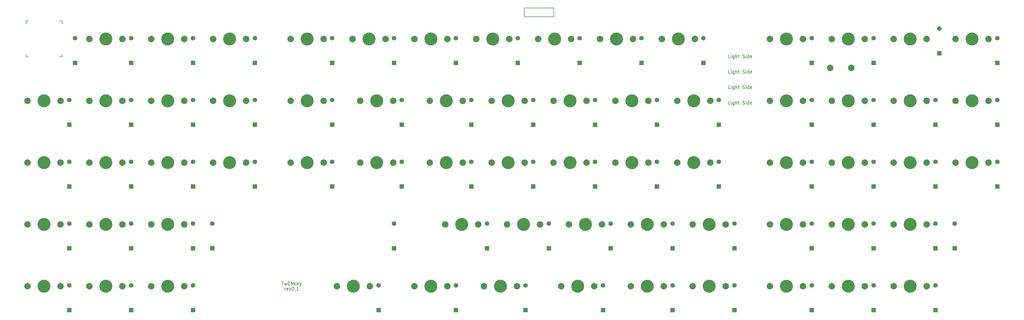
<source format=gto>
G04 #@! TF.GenerationSoftware,KiCad,Pcbnew,(6.0.0)*
G04 #@! TF.CreationDate,2022-01-01T17:52:16+09:00*
G04 #@! TF.ProjectId,TwENkey,5477454e-6b65-4792-9e6b-696361645f70,rev?*
G04 #@! TF.SameCoordinates,Original*
G04 #@! TF.FileFunction,Legend,Top*
G04 #@! TF.FilePolarity,Positive*
%FSLAX46Y46*%
G04 Gerber Fmt 4.6, Leading zero omitted, Abs format (unit mm)*
G04 Created by KiCad (PCBNEW (6.0.0)) date 2022-01-01 17:52:16*
%MOMM*%
%LPD*%
G01*
G04 APERTURE LIST*
%ADD10C,0.150000*%
%ADD11C,4.000000*%
%ADD12C,2.000000*%
%ADD13R,1.397000X1.397000*%
%ADD14C,1.397000*%
G04 APERTURE END LIST*
D10*
X101775088Y-103422468D02*
X102346516Y-103422468D01*
X102060802Y-104422468D02*
X102060802Y-103422468D01*
X102584611Y-103755802D02*
X102775088Y-104422468D01*
X102965564Y-103946278D01*
X103156040Y-104422468D01*
X103346516Y-103755802D01*
X103727468Y-103898659D02*
X104060802Y-103898659D01*
X104203659Y-104422468D02*
X103727468Y-104422468D01*
X103727468Y-103422468D01*
X104203659Y-103422468D01*
X104632230Y-104422468D02*
X104632230Y-103422468D01*
X105203659Y-104422468D01*
X105203659Y-103422468D01*
X105679849Y-104422468D02*
X105679849Y-103422468D01*
X105775088Y-104041516D02*
X106060802Y-104422468D01*
X106060802Y-103755802D02*
X105679849Y-104136754D01*
X106870326Y-104374849D02*
X106775088Y-104422468D01*
X106584611Y-104422468D01*
X106489373Y-104374849D01*
X106441754Y-104279611D01*
X106441754Y-103898659D01*
X106489373Y-103803421D01*
X106584611Y-103755802D01*
X106775088Y-103755802D01*
X106870326Y-103803421D01*
X106917945Y-103898659D01*
X106917945Y-103993897D01*
X106441754Y-104089135D01*
X107251278Y-103755802D02*
X107489373Y-104422468D01*
X107727468Y-103755802D02*
X107489373Y-104422468D01*
X107394135Y-104660564D01*
X107346516Y-104708183D01*
X107251278Y-104755802D01*
X102703659Y-106032468D02*
X102703659Y-105365802D01*
X102703659Y-105556278D02*
X102751278Y-105461040D01*
X102798897Y-105413421D01*
X102894135Y-105365802D01*
X102989373Y-105365802D01*
X103703659Y-105984849D02*
X103608421Y-106032468D01*
X103417945Y-106032468D01*
X103322707Y-105984849D01*
X103275088Y-105889611D01*
X103275088Y-105508659D01*
X103322707Y-105413421D01*
X103417945Y-105365802D01*
X103608421Y-105365802D01*
X103703659Y-105413421D01*
X103751278Y-105508659D01*
X103751278Y-105603897D01*
X103275088Y-105699135D01*
X104084611Y-105365802D02*
X104322707Y-106032468D01*
X104560802Y-105365802D01*
X105132230Y-105032468D02*
X105227468Y-105032468D01*
X105322707Y-105080088D01*
X105370326Y-105127707D01*
X105417945Y-105222945D01*
X105465564Y-105413421D01*
X105465564Y-105651516D01*
X105417945Y-105841992D01*
X105370326Y-105937230D01*
X105322707Y-105984849D01*
X105227468Y-106032468D01*
X105132230Y-106032468D01*
X105036992Y-105984849D01*
X104989373Y-105937230D01*
X104941754Y-105841992D01*
X104894135Y-105651516D01*
X104894135Y-105413421D01*
X104941754Y-105222945D01*
X104989373Y-105127707D01*
X105036992Y-105080088D01*
X105132230Y-105032468D01*
X105894135Y-105937230D02*
X105941754Y-105984849D01*
X105894135Y-106032468D01*
X105846516Y-105984849D01*
X105894135Y-105937230D01*
X105894135Y-106032468D01*
X106894135Y-106032468D02*
X106322707Y-106032468D01*
X106608421Y-106032468D02*
X106608421Y-105032468D01*
X106513183Y-105175326D01*
X106417945Y-105270564D01*
X106322707Y-105318183D01*
X239792465Y-48703985D02*
X239316275Y-48703985D01*
X239316275Y-47703985D01*
X240125799Y-48703985D02*
X240125799Y-48037319D01*
X240125799Y-47703985D02*
X240078180Y-47751605D01*
X240125799Y-47799224D01*
X240173418Y-47751605D01*
X240125799Y-47703985D01*
X240125799Y-47799224D01*
X241030561Y-48037319D02*
X241030561Y-48846843D01*
X240982942Y-48942081D01*
X240935323Y-48989700D01*
X240840084Y-49037319D01*
X240697227Y-49037319D01*
X240601989Y-48989700D01*
X241030561Y-48656366D02*
X240935323Y-48703985D01*
X240744846Y-48703985D01*
X240649608Y-48656366D01*
X240601989Y-48608747D01*
X240554370Y-48513509D01*
X240554370Y-48227795D01*
X240601989Y-48132557D01*
X240649608Y-48084938D01*
X240744846Y-48037319D01*
X240935323Y-48037319D01*
X241030561Y-48084938D01*
X241506751Y-48703985D02*
X241506751Y-47703985D01*
X241935323Y-48703985D02*
X241935323Y-48180176D01*
X241887704Y-48084938D01*
X241792465Y-48037319D01*
X241649608Y-48037319D01*
X241554370Y-48084938D01*
X241506751Y-48132557D01*
X242268656Y-48037319D02*
X242649608Y-48037319D01*
X242411513Y-47703985D02*
X242411513Y-48561128D01*
X242459132Y-48656366D01*
X242554370Y-48703985D01*
X242649608Y-48703985D01*
X243697227Y-48656366D02*
X243840084Y-48703985D01*
X244078180Y-48703985D01*
X244173418Y-48656366D01*
X244221037Y-48608747D01*
X244268656Y-48513509D01*
X244268656Y-48418271D01*
X244221037Y-48323033D01*
X244173418Y-48275414D01*
X244078180Y-48227795D01*
X243887704Y-48180176D01*
X243792465Y-48132557D01*
X243744846Y-48084938D01*
X243697227Y-47989700D01*
X243697227Y-47894462D01*
X243744846Y-47799224D01*
X243792465Y-47751605D01*
X243887704Y-47703985D01*
X244125799Y-47703985D01*
X244268656Y-47751605D01*
X244697227Y-48703985D02*
X244697227Y-48037319D01*
X244697227Y-47703985D02*
X244649608Y-47751605D01*
X244697227Y-47799224D01*
X244744846Y-47751605D01*
X244697227Y-47703985D01*
X244697227Y-47799224D01*
X245601989Y-48703985D02*
X245601989Y-47703985D01*
X245601989Y-48656366D02*
X245506751Y-48703985D01*
X245316275Y-48703985D01*
X245221037Y-48656366D01*
X245173418Y-48608747D01*
X245125799Y-48513509D01*
X245125799Y-48227795D01*
X245173418Y-48132557D01*
X245221037Y-48084938D01*
X245316275Y-48037319D01*
X245506751Y-48037319D01*
X245601989Y-48084938D01*
X246459132Y-48656366D02*
X246363894Y-48703985D01*
X246173418Y-48703985D01*
X246078180Y-48656366D01*
X246030561Y-48561128D01*
X246030561Y-48180176D01*
X246078180Y-48084938D01*
X246173418Y-48037319D01*
X246363894Y-48037319D01*
X246459132Y-48084938D01*
X246506751Y-48180176D01*
X246506751Y-48275414D01*
X246030561Y-48370652D01*
X239792465Y-43941481D02*
X239316275Y-43941481D01*
X239316275Y-42941481D01*
X240125799Y-43941481D02*
X240125799Y-43274815D01*
X240125799Y-42941481D02*
X240078180Y-42989101D01*
X240125799Y-43036720D01*
X240173418Y-42989101D01*
X240125799Y-42941481D01*
X240125799Y-43036720D01*
X241030561Y-43274815D02*
X241030561Y-44084339D01*
X240982942Y-44179577D01*
X240935323Y-44227196D01*
X240840084Y-44274815D01*
X240697227Y-44274815D01*
X240601989Y-44227196D01*
X241030561Y-43893862D02*
X240935323Y-43941481D01*
X240744846Y-43941481D01*
X240649608Y-43893862D01*
X240601989Y-43846243D01*
X240554370Y-43751005D01*
X240554370Y-43465291D01*
X240601989Y-43370053D01*
X240649608Y-43322434D01*
X240744846Y-43274815D01*
X240935323Y-43274815D01*
X241030561Y-43322434D01*
X241506751Y-43941481D02*
X241506751Y-42941481D01*
X241935323Y-43941481D02*
X241935323Y-43417672D01*
X241887704Y-43322434D01*
X241792465Y-43274815D01*
X241649608Y-43274815D01*
X241554370Y-43322434D01*
X241506751Y-43370053D01*
X242268656Y-43274815D02*
X242649608Y-43274815D01*
X242411513Y-42941481D02*
X242411513Y-43798624D01*
X242459132Y-43893862D01*
X242554370Y-43941481D01*
X242649608Y-43941481D01*
X243697227Y-43893862D02*
X243840084Y-43941481D01*
X244078180Y-43941481D01*
X244173418Y-43893862D01*
X244221037Y-43846243D01*
X244268656Y-43751005D01*
X244268656Y-43655767D01*
X244221037Y-43560529D01*
X244173418Y-43512910D01*
X244078180Y-43465291D01*
X243887704Y-43417672D01*
X243792465Y-43370053D01*
X243744846Y-43322434D01*
X243697227Y-43227196D01*
X243697227Y-43131958D01*
X243744846Y-43036720D01*
X243792465Y-42989101D01*
X243887704Y-42941481D01*
X244125799Y-42941481D01*
X244268656Y-42989101D01*
X244697227Y-43941481D02*
X244697227Y-43274815D01*
X244697227Y-42941481D02*
X244649608Y-42989101D01*
X244697227Y-43036720D01*
X244744846Y-42989101D01*
X244697227Y-42941481D01*
X244697227Y-43036720D01*
X245601989Y-43941481D02*
X245601989Y-42941481D01*
X245601989Y-43893862D02*
X245506751Y-43941481D01*
X245316275Y-43941481D01*
X245221037Y-43893862D01*
X245173418Y-43846243D01*
X245125799Y-43751005D01*
X245125799Y-43465291D01*
X245173418Y-43370053D01*
X245221037Y-43322434D01*
X245316275Y-43274815D01*
X245506751Y-43274815D01*
X245601989Y-43322434D01*
X246459132Y-43893862D02*
X246363894Y-43941481D01*
X246173418Y-43941481D01*
X246078180Y-43893862D01*
X246030561Y-43798624D01*
X246030561Y-43417672D01*
X246078180Y-43322434D01*
X246173418Y-43274815D01*
X246363894Y-43274815D01*
X246459132Y-43322434D01*
X246506751Y-43417672D01*
X246506751Y-43512910D01*
X246030561Y-43608148D01*
X239792465Y-39178977D02*
X239316275Y-39178977D01*
X239316275Y-38178977D01*
X240125799Y-39178977D02*
X240125799Y-38512311D01*
X240125799Y-38178977D02*
X240078180Y-38226597D01*
X240125799Y-38274216D01*
X240173418Y-38226597D01*
X240125799Y-38178977D01*
X240125799Y-38274216D01*
X241030561Y-38512311D02*
X241030561Y-39321835D01*
X240982942Y-39417073D01*
X240935323Y-39464692D01*
X240840084Y-39512311D01*
X240697227Y-39512311D01*
X240601989Y-39464692D01*
X241030561Y-39131358D02*
X240935323Y-39178977D01*
X240744846Y-39178977D01*
X240649608Y-39131358D01*
X240601989Y-39083739D01*
X240554370Y-38988501D01*
X240554370Y-38702787D01*
X240601989Y-38607549D01*
X240649608Y-38559930D01*
X240744846Y-38512311D01*
X240935323Y-38512311D01*
X241030561Y-38559930D01*
X241506751Y-39178977D02*
X241506751Y-38178977D01*
X241935323Y-39178977D02*
X241935323Y-38655168D01*
X241887704Y-38559930D01*
X241792465Y-38512311D01*
X241649608Y-38512311D01*
X241554370Y-38559930D01*
X241506751Y-38607549D01*
X242268656Y-38512311D02*
X242649608Y-38512311D01*
X242411513Y-38178977D02*
X242411513Y-39036120D01*
X242459132Y-39131358D01*
X242554370Y-39178977D01*
X242649608Y-39178977D01*
X243697227Y-39131358D02*
X243840084Y-39178977D01*
X244078180Y-39178977D01*
X244173418Y-39131358D01*
X244221037Y-39083739D01*
X244268656Y-38988501D01*
X244268656Y-38893263D01*
X244221037Y-38798025D01*
X244173418Y-38750406D01*
X244078180Y-38702787D01*
X243887704Y-38655168D01*
X243792465Y-38607549D01*
X243744846Y-38559930D01*
X243697227Y-38464692D01*
X243697227Y-38369454D01*
X243744846Y-38274216D01*
X243792465Y-38226597D01*
X243887704Y-38178977D01*
X244125799Y-38178977D01*
X244268656Y-38226597D01*
X244697227Y-39178977D02*
X244697227Y-38512311D01*
X244697227Y-38178977D02*
X244649608Y-38226597D01*
X244697227Y-38274216D01*
X244744846Y-38226597D01*
X244697227Y-38178977D01*
X244697227Y-38274216D01*
X245601989Y-39178977D02*
X245601989Y-38178977D01*
X245601989Y-39131358D02*
X245506751Y-39178977D01*
X245316275Y-39178977D01*
X245221037Y-39131358D01*
X245173418Y-39083739D01*
X245125799Y-38988501D01*
X245125799Y-38702787D01*
X245173418Y-38607549D01*
X245221037Y-38559930D01*
X245316275Y-38512311D01*
X245506751Y-38512311D01*
X245601989Y-38559930D01*
X246459132Y-39131358D02*
X246363894Y-39178977D01*
X246173418Y-39178977D01*
X246078180Y-39131358D01*
X246030561Y-39036120D01*
X246030561Y-38655168D01*
X246078180Y-38559930D01*
X246173418Y-38512311D01*
X246363894Y-38512311D01*
X246459132Y-38559930D01*
X246506751Y-38655168D01*
X246506751Y-38750406D01*
X246030561Y-38845644D01*
X239792465Y-34416473D02*
X239316275Y-34416473D01*
X239316275Y-33416473D01*
X240125799Y-34416473D02*
X240125799Y-33749807D01*
X240125799Y-33416473D02*
X240078180Y-33464093D01*
X240125799Y-33511712D01*
X240173418Y-33464093D01*
X240125799Y-33416473D01*
X240125799Y-33511712D01*
X241030561Y-33749807D02*
X241030561Y-34559331D01*
X240982942Y-34654569D01*
X240935323Y-34702188D01*
X240840084Y-34749807D01*
X240697227Y-34749807D01*
X240601989Y-34702188D01*
X241030561Y-34368854D02*
X240935323Y-34416473D01*
X240744846Y-34416473D01*
X240649608Y-34368854D01*
X240601989Y-34321235D01*
X240554370Y-34225997D01*
X240554370Y-33940283D01*
X240601989Y-33845045D01*
X240649608Y-33797426D01*
X240744846Y-33749807D01*
X240935323Y-33749807D01*
X241030561Y-33797426D01*
X241506751Y-34416473D02*
X241506751Y-33416473D01*
X241935323Y-34416473D02*
X241935323Y-33892664D01*
X241887704Y-33797426D01*
X241792465Y-33749807D01*
X241649608Y-33749807D01*
X241554370Y-33797426D01*
X241506751Y-33845045D01*
X242268656Y-33749807D02*
X242649608Y-33749807D01*
X242411513Y-33416473D02*
X242411513Y-34273616D01*
X242459132Y-34368854D01*
X242554370Y-34416473D01*
X242649608Y-34416473D01*
X243697227Y-34368854D02*
X243840084Y-34416473D01*
X244078180Y-34416473D01*
X244173418Y-34368854D01*
X244221037Y-34321235D01*
X244268656Y-34225997D01*
X244268656Y-34130759D01*
X244221037Y-34035521D01*
X244173418Y-33987902D01*
X244078180Y-33940283D01*
X243887704Y-33892664D01*
X243792465Y-33845045D01*
X243744846Y-33797426D01*
X243697227Y-33702188D01*
X243697227Y-33606950D01*
X243744846Y-33511712D01*
X243792465Y-33464093D01*
X243887704Y-33416473D01*
X244125799Y-33416473D01*
X244268656Y-33464093D01*
X244697227Y-34416473D02*
X244697227Y-33749807D01*
X244697227Y-33416473D02*
X244649608Y-33464093D01*
X244697227Y-33511712D01*
X244744846Y-33464093D01*
X244697227Y-33416473D01*
X244697227Y-33511712D01*
X245601989Y-34416473D02*
X245601989Y-33416473D01*
X245601989Y-34368854D02*
X245506751Y-34416473D01*
X245316275Y-34416473D01*
X245221037Y-34368854D01*
X245173418Y-34321235D01*
X245125799Y-34225997D01*
X245125799Y-33940283D01*
X245173418Y-33845045D01*
X245221037Y-33797426D01*
X245316275Y-33749807D01*
X245506751Y-33749807D01*
X245601989Y-33797426D01*
X246459132Y-34368854D02*
X246363894Y-34416473D01*
X246173418Y-34416473D01*
X246078180Y-34368854D01*
X246030561Y-34273616D01*
X246030561Y-33892664D01*
X246078180Y-33797426D01*
X246173418Y-33749807D01*
X246363894Y-33749807D01*
X246459132Y-33797426D01*
X246506751Y-33892664D01*
X246506751Y-33987902D01*
X246030561Y-34083140D01*
X33337500Y-23018750D02*
X34131250Y-23018750D01*
X34131250Y-23018750D02*
X34131250Y-23812500D01*
X23018750Y-33337500D02*
X23018750Y-34131250D01*
X23018750Y-23018750D02*
X23018750Y-23812500D01*
X33337500Y-34131250D02*
X34131250Y-34131250D01*
X23812500Y-23018750D02*
X23018750Y-23018750D01*
X23018750Y-34131250D02*
X23812500Y-34131250D01*
X34131250Y-34131250D02*
X34131250Y-33337500D01*
X176475152Y-21740642D02*
X176475152Y-18990642D01*
X185475152Y-18990642D02*
X185475152Y-21740642D01*
X185475152Y-21740642D02*
X176475152Y-21740642D01*
X176475152Y-18990642D02*
X185475152Y-18990642D01*
D11*
X47625000Y-47625000D03*
D12*
X42545000Y-47625000D03*
X52705000Y-47625000D03*
X52705000Y-104775000D03*
D11*
X47625000Y-104775000D03*
D12*
X42545000Y-104775000D03*
D11*
X47625000Y-28575000D03*
D12*
X42545000Y-28575000D03*
X52705000Y-28575000D03*
X42545000Y-85725000D03*
X52705000Y-85725000D03*
D11*
X47625000Y-85725000D03*
D12*
X52705000Y-66675000D03*
X42545000Y-66675000D03*
D11*
X47625000Y-66675000D03*
X66675000Y-47625000D03*
D12*
X71755000Y-47625000D03*
X61595000Y-47625000D03*
X71755000Y-28575000D03*
D11*
X66675000Y-28575000D03*
D12*
X61595000Y-28575000D03*
D11*
X66675000Y-66675000D03*
D12*
X71755000Y-66675000D03*
X61595000Y-66675000D03*
X61595000Y-85725000D03*
D11*
X66675000Y-85725000D03*
D12*
X71755000Y-85725000D03*
D11*
X85725000Y-47625000D03*
D12*
X80645000Y-47625000D03*
X90805000Y-47625000D03*
X90805000Y-66675000D03*
X80645000Y-66675000D03*
D11*
X85725000Y-66675000D03*
X66675000Y-104775000D03*
D12*
X61595000Y-104775000D03*
X71755000Y-104775000D03*
D11*
X109537500Y-47625000D03*
D12*
X114617500Y-47625000D03*
X104457500Y-47625000D03*
X181292500Y-85725000D03*
D11*
X176212500Y-85725000D03*
D12*
X171132500Y-85725000D03*
X104457500Y-66675000D03*
D11*
X109537500Y-66675000D03*
D12*
X114617500Y-66675000D03*
X162242500Y-85725000D03*
X152082500Y-85725000D03*
D11*
X157162500Y-85725000D03*
D12*
X157480000Y-47625000D03*
X147320000Y-47625000D03*
D11*
X152400000Y-47625000D03*
X152400000Y-66675000D03*
D12*
X147320000Y-66675000D03*
X157480000Y-66675000D03*
D11*
X109537500Y-28575000D03*
D12*
X104457500Y-28575000D03*
X114617500Y-28575000D03*
X123507500Y-28575000D03*
D11*
X128587500Y-28575000D03*
D12*
X133667500Y-28575000D03*
X195580000Y-66675000D03*
D11*
X190500000Y-66675000D03*
D12*
X185420000Y-66675000D03*
X190182500Y-85725000D03*
D11*
X195262500Y-85725000D03*
D12*
X200342500Y-85725000D03*
D11*
X185737500Y-28575000D03*
D12*
X190817500Y-28575000D03*
X180657500Y-28575000D03*
D11*
X209550000Y-47625000D03*
D12*
X204470000Y-47625000D03*
X214630000Y-47625000D03*
X161607500Y-28575000D03*
D11*
X166687500Y-28575000D03*
D12*
X171767500Y-28575000D03*
X176530000Y-66675000D03*
X166370000Y-66675000D03*
D11*
X171450000Y-66675000D03*
D12*
X152717500Y-28575000D03*
D11*
X147637500Y-28575000D03*
D12*
X142557500Y-28575000D03*
X209232500Y-85725000D03*
D11*
X214312500Y-85725000D03*
D12*
X219392500Y-85725000D03*
D11*
X171450000Y-47625000D03*
D12*
X176530000Y-47625000D03*
X166370000Y-47625000D03*
X204470000Y-66675000D03*
D11*
X209550000Y-66675000D03*
D12*
X214630000Y-66675000D03*
D11*
X190500000Y-47625000D03*
D12*
X195580000Y-47625000D03*
X185420000Y-47625000D03*
D11*
X204787500Y-28575000D03*
D12*
X199707500Y-28575000D03*
X209867500Y-28575000D03*
X319405000Y-28575000D03*
X309245000Y-28575000D03*
D11*
X314325000Y-28575000D03*
D12*
X309245000Y-47625000D03*
X319405000Y-47625000D03*
D11*
X314325000Y-47625000D03*
D12*
X309245000Y-66675000D03*
D11*
X314325000Y-66675000D03*
D12*
X319405000Y-66675000D03*
X290195000Y-85725000D03*
X300355000Y-85725000D03*
D11*
X295275000Y-85725000D03*
D12*
X300355000Y-28575000D03*
D11*
X295275000Y-28575000D03*
D12*
X290195000Y-28575000D03*
X271145000Y-104775000D03*
D11*
X276225000Y-104775000D03*
D12*
X281305000Y-104775000D03*
X300355000Y-104775000D03*
X290195000Y-104775000D03*
D11*
X295275000Y-104775000D03*
D12*
X152717500Y-104775000D03*
X142557500Y-104775000D03*
D11*
X147637500Y-104775000D03*
D12*
X174148750Y-104775000D03*
X163988750Y-104775000D03*
D11*
X169068750Y-104775000D03*
D12*
X197961250Y-104775000D03*
X187801250Y-104775000D03*
D11*
X192881250Y-104775000D03*
D12*
X219392500Y-104775000D03*
D11*
X214312500Y-104775000D03*
D12*
X209232500Y-104775000D03*
D13*
X308967447Y-93106950D03*
D14*
X308967447Y-85486950D03*
D13*
X183951717Y-93106950D03*
D14*
X183951717Y-85486950D03*
D13*
X200620481Y-112156966D03*
D14*
X200620481Y-104536966D03*
D13*
X138707929Y-74056934D03*
D14*
X138707929Y-66436934D03*
D12*
X33655000Y-104775000D03*
X23495000Y-104775000D03*
D11*
X28575000Y-104775000D03*
D13*
X222051749Y-112156966D03*
D14*
X222051749Y-104536966D03*
D11*
X233362500Y-104775000D03*
D12*
X228282500Y-104775000D03*
X238442500Y-104775000D03*
X270593980Y-37504719D03*
X277093980Y-37504719D03*
X90805072Y-28575024D03*
X80645072Y-28575024D03*
D11*
X85725072Y-28575024D03*
D13*
X303014317Y-93106950D03*
D14*
X303014317Y-85486950D03*
D12*
X281305000Y-47625000D03*
X271145000Y-47625000D03*
D11*
X276225000Y-47625000D03*
D13*
X303014317Y-74056934D03*
D14*
X303014317Y-66436934D03*
D12*
X23495000Y-85725000D03*
X33655000Y-85725000D03*
D11*
X28575000Y-85725000D03*
D13*
X193476725Y-35956902D03*
D14*
X193476725Y-28336902D03*
D13*
X236339261Y-74056934D03*
D14*
X236339261Y-66436934D03*
D11*
X28575000Y-66675000D03*
D12*
X33655000Y-66675000D03*
X23495000Y-66675000D03*
D13*
X93464141Y-74056934D03*
D14*
X93464141Y-66436934D03*
D13*
X264914285Y-74056934D03*
D14*
X264914285Y-66436934D03*
D13*
X74414125Y-55006918D03*
D14*
X74414125Y-47386918D03*
D13*
X264914285Y-112156966D03*
D14*
X264914285Y-104536966D03*
D13*
X93464141Y-55006918D03*
D14*
X93464141Y-47386918D03*
D12*
X233680000Y-66675000D03*
D11*
X228600000Y-66675000D03*
D12*
X223520000Y-66675000D03*
D13*
X55364109Y-93106950D03*
D14*
X55364109Y-85486950D03*
D13*
X179189213Y-74056934D03*
D14*
X179189213Y-66436934D03*
D13*
X283964301Y-35956902D03*
D14*
X283964301Y-28336902D03*
D12*
X125888750Y-66675000D03*
X136048750Y-66675000D03*
D11*
X130968750Y-66675000D03*
D12*
X33655000Y-47625000D03*
D11*
X28575000Y-47625000D03*
D12*
X23495000Y-47625000D03*
D13*
X231576757Y-35956902D03*
D14*
X231576757Y-28336902D03*
D13*
X198239229Y-74056934D03*
D14*
X198239229Y-66436934D03*
D12*
X262255000Y-28575000D03*
X252095000Y-28575000D03*
D11*
X257175000Y-28575000D03*
D13*
X303014317Y-55006918D03*
D14*
X303014317Y-47386918D03*
D12*
X281305000Y-85725000D03*
X271145000Y-85725000D03*
D11*
X276225000Y-85725000D03*
D13*
X212526741Y-35956902D03*
D14*
X212526741Y-28336902D03*
D13*
X160139197Y-74056934D03*
D14*
X160139197Y-66436934D03*
D12*
X125888750Y-47625000D03*
D11*
X130968750Y-47625000D03*
D12*
X136048750Y-47625000D03*
D13*
X236339261Y-55006918D03*
D14*
X236339261Y-47386918D03*
D12*
X262255000Y-66675000D03*
X252095000Y-66675000D03*
D11*
X257175000Y-66675000D03*
D13*
X55364109Y-74056934D03*
D14*
X55364109Y-66436934D03*
D13*
X80367255Y-93106950D03*
D14*
X80367255Y-85486950D03*
D13*
X136326677Y-93106950D03*
D14*
X136326677Y-85486950D03*
D13*
X304204943Y-32980337D03*
D14*
X304204943Y-25360337D03*
D13*
X74414125Y-35956902D03*
D14*
X74414125Y-28336902D03*
D13*
X241101765Y-112156966D03*
D14*
X241101765Y-104536966D03*
D13*
X303014317Y-112156966D03*
D14*
X303014317Y-104536966D03*
D13*
X36314093Y-55006918D03*
D14*
X36314093Y-47386918D03*
D13*
X264914285Y-55006918D03*
D14*
X264914285Y-47386918D03*
D12*
X252095000Y-104775000D03*
D11*
X257175000Y-104775000D03*
D12*
X262255000Y-104775000D03*
D13*
X322064333Y-35956902D03*
D14*
X322064333Y-28336902D03*
D13*
X322064333Y-55006918D03*
D14*
X322064333Y-47386918D03*
D13*
X283964301Y-74056934D03*
D14*
X283964301Y-66436934D03*
D13*
X138707929Y-55006918D03*
D14*
X138707929Y-47386918D03*
D13*
X155376693Y-35956902D03*
D14*
X155376693Y-28336902D03*
D13*
X117276661Y-74056934D03*
D14*
X117276661Y-66436934D03*
D13*
X217289245Y-55006918D03*
D14*
X217289245Y-47386918D03*
D13*
X164901701Y-93106950D03*
D14*
X164901701Y-85486950D03*
D12*
X228917500Y-28575000D03*
D11*
X223837500Y-28575000D03*
D12*
X218757500Y-28575000D03*
D13*
X264914285Y-93106950D03*
D14*
X264914285Y-85486950D03*
D12*
X290195000Y-47625000D03*
D11*
X295275000Y-47625000D03*
D12*
X300355000Y-47625000D03*
D13*
X117276661Y-35956902D03*
D14*
X117276661Y-28336902D03*
D13*
X74414125Y-74056934D03*
D14*
X74414125Y-66436934D03*
D13*
X38100032Y-35956902D03*
D14*
X38100032Y-28336902D03*
D12*
X271145000Y-66675000D03*
D11*
X276225000Y-66675000D03*
D12*
X281305000Y-66675000D03*
D13*
X36314093Y-74056934D03*
D14*
X36314093Y-66436934D03*
D13*
X217289245Y-74056934D03*
D14*
X217289245Y-66436934D03*
D12*
X262255000Y-47625000D03*
D11*
X257175000Y-47625000D03*
D12*
X252095000Y-47625000D03*
D13*
X283964301Y-112156966D03*
D14*
X283964301Y-104536966D03*
D13*
X283964301Y-55006918D03*
D14*
X283964301Y-47386918D03*
D13*
X74414125Y-112156966D03*
D14*
X74414125Y-104536966D03*
D13*
X160139197Y-55006918D03*
D14*
X160139197Y-47386918D03*
D13*
X55364109Y-112156966D03*
D14*
X55364109Y-104536966D03*
D13*
X241101765Y-93106950D03*
D14*
X241101765Y-85486950D03*
D13*
X203001733Y-93106950D03*
D14*
X203001733Y-85486950D03*
D13*
X322064333Y-74056934D03*
D14*
X322064333Y-66436934D03*
D13*
X93464141Y-35956902D03*
D14*
X93464141Y-28336902D03*
D12*
X228282500Y-85725000D03*
D11*
X233362500Y-85725000D03*
D12*
X238442500Y-85725000D03*
D13*
X198239229Y-55006918D03*
D14*
X198239229Y-47386918D03*
D13*
X174426709Y-35956902D03*
D14*
X174426709Y-28336902D03*
D13*
X55364109Y-55006918D03*
D14*
X55364109Y-47386918D03*
D13*
X179189213Y-55006918D03*
D14*
X179189213Y-47386918D03*
D13*
X74414125Y-93106950D03*
D14*
X74414125Y-85486950D03*
D13*
X136326677Y-35956902D03*
D14*
X136326677Y-28336902D03*
D13*
X55364109Y-35956902D03*
D14*
X55364109Y-28336902D03*
D13*
X264914285Y-35956902D03*
D14*
X264914285Y-28336902D03*
D11*
X228600000Y-47625000D03*
D12*
X223520000Y-47625000D03*
X233680000Y-47625000D03*
D13*
X131564173Y-112156966D03*
D14*
X131564173Y-104536966D03*
D11*
X257175000Y-85725000D03*
D12*
X252095000Y-85725000D03*
X262255000Y-85725000D03*
X281305000Y-28575000D03*
D11*
X276225000Y-28575000D03*
D12*
X271145000Y-28575000D03*
D13*
X36314093Y-93106950D03*
D14*
X36314093Y-85486950D03*
D13*
X222051749Y-93106950D03*
D14*
X222051749Y-85486950D03*
D13*
X283964301Y-93106950D03*
D14*
X283964301Y-85486950D03*
D12*
X118745000Y-104775000D03*
D11*
X123825000Y-104775000D03*
D12*
X128905000Y-104775000D03*
D13*
X36314093Y-112156966D03*
D14*
X36314093Y-104536966D03*
D13*
X117276661Y-55006918D03*
D14*
X117276661Y-47386918D03*
D13*
X176807961Y-112156966D03*
D14*
X176807961Y-104536966D03*
D13*
X155376693Y-112156966D03*
D14*
X155376693Y-104536966D03*
D12*
X290195000Y-66675000D03*
X300355000Y-66675000D03*
D11*
X295275000Y-66675000D03*
M02*

</source>
